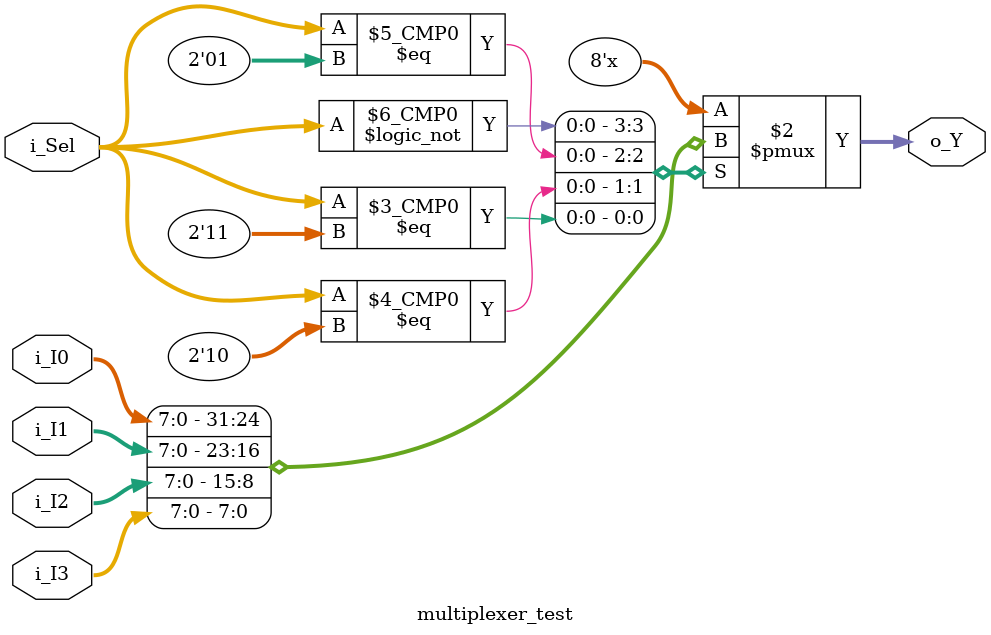
<source format=v>
`timescale 1ns / 1ps


module multiplexer_test(
input [7:0] i_I0, //two bits to light up 2 leds.
input [7:0] i_I1,
input [7:0] i_I2, //SIM
input [7:0] i_I3,
input [1:0] i_Sel,
output reg [7:0] o_Y
    );
    always@(*)
    begin
        case(i_Sel)
            2'b00: 
            begin
            o_Y = i_I0;
            end
            2'b01:
            begin 
            o_Y = i_I1;
            end
            2'b10: 
            begin
            o_Y = i_I2;
            end
            2'b11: 
            begin
            o_Y = i_I3;
            
            end
        endcase
    end   
endmodule

</source>
